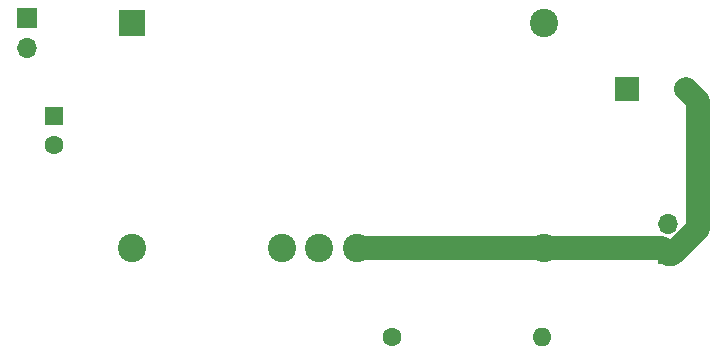
<source format=gbr>
%TF.GenerationSoftware,KiCad,Pcbnew,9.0.0*%
%TF.CreationDate,2025-03-18T18:28:53-04:00*%
%TF.ProjectId,motor power breakout,6d6f746f-7220-4706-9f77-657220627265,rev?*%
%TF.SameCoordinates,Original*%
%TF.FileFunction,Copper,L2,Bot*%
%TF.FilePolarity,Positive*%
%FSLAX46Y46*%
G04 Gerber Fmt 4.6, Leading zero omitted, Abs format (unit mm)*
G04 Created by KiCad (PCBNEW 9.0.0) date 2025-03-18 18:28:53*
%MOMM*%
%LPD*%
G01*
G04 APERTURE LIST*
%TA.AperFunction,ComponentPad*%
%ADD10R,1.600000X1.600000*%
%TD*%
%TA.AperFunction,ComponentPad*%
%ADD11C,1.600000*%
%TD*%
%TA.AperFunction,ComponentPad*%
%ADD12O,1.700000X1.700000*%
%TD*%
%TA.AperFunction,ComponentPad*%
%ADD13R,1.700000X1.700000*%
%TD*%
%TA.AperFunction,ComponentPad*%
%ADD14C,2.400000*%
%TD*%
%TA.AperFunction,ComponentPad*%
%ADD15R,2.300000X2.300000*%
%TD*%
%TA.AperFunction,ComponentPad*%
%ADD16O,1.600000X1.600000*%
%TD*%
%TA.AperFunction,ComponentPad*%
%ADD17R,2.000000X2.000000*%
%TD*%
%TA.AperFunction,ComponentPad*%
%ADD18C,2.000000*%
%TD*%
%TA.AperFunction,Conductor*%
%ADD19C,2.000000*%
%TD*%
G04 APERTURE END LIST*
D10*
%TO.P,C1,1*%
%TO.N,Net-(IC1-GND)*%
X120500000Y-102250000D03*
D11*
%TO.P,C1,2*%
%TO.N,Net-(IC1-+VIN)*%
X120500000Y-104750000D03*
%TD*%
D12*
%TO.P,J1,2,Pin_2*%
%TO.N,Net-(IC1-GND)*%
X118240000Y-96510000D03*
D13*
%TO.P,J1,1,Pin_1*%
%TO.N,Net-(IC1-+VIN)*%
X118240000Y-93970000D03*
%TD*%
%TO.P,J2,1,Pin_1*%
%TO.N,Net-(IC1-+VOUT)*%
X172500000Y-114000000D03*
D12*
%TO.P,J2,2,Pin_2*%
%TO.N,Net-(IC1-GND)*%
X172500000Y-111460000D03*
%TD*%
D14*
%TO.P,IC1,2,+VIN*%
%TO.N,Net-(IC1-+VIN)*%
X127060000Y-113500000D03*
%TO.P,IC1,5,SENSE*%
%TO.N,Net-(IC1-+VOUT)*%
X146120000Y-113500000D03*
%TO.P,IC1,7,GND@*%
%TO.N,Net-(IC1-GND)*%
X162000000Y-94450000D03*
%TO.P,IC1,6,+VOUT*%
%TO.N,Net-(IC1-+VOUT)*%
X162000000Y-113500000D03*
D15*
%TO.P,IC1,1,GND*%
%TO.N,Net-(IC1-GND)*%
X127060000Y-94450000D03*
D14*
%TO.P,IC1,3,INHIBIT*%
%TO.N,unconnected-(IC1-INHIBIT-Pad3)*%
X139760000Y-113500000D03*
%TO.P,IC1,4,ADJUST*%
%TO.N,Net-(IC1-ADJUST)*%
X142940000Y-113500000D03*
%TD*%
D11*
%TO.P,R1,1*%
%TO.N,Net-(IC1-ADJUST)*%
X149150000Y-121000000D03*
D16*
%TO.P,R1,2*%
%TO.N,Net-(IC1-GND)*%
X161850000Y-121000000D03*
%TD*%
D17*
%TO.P,C2,1*%
%TO.N,Net-(IC1-GND)*%
X169000000Y-100000000D03*
D18*
%TO.P,C2,2*%
%TO.N,Net-(IC1-+VOUT)*%
X174000000Y-100000000D03*
%TD*%
D19*
%TO.N,Net-(IC1-+VOUT)*%
X175000000Y-111860553D02*
X175000000Y-101000000D01*
X175000000Y-101000000D02*
X174000000Y-100000000D01*
X172860553Y-114000000D02*
X175000000Y-111860553D01*
X172500000Y-114000000D02*
X172860553Y-114000000D01*
X172000000Y-113500000D02*
X172500000Y-114000000D01*
X162000000Y-113500000D02*
X172000000Y-113500000D01*
X146120000Y-113500000D02*
X162000000Y-113500000D01*
%TD*%
M02*

</source>
